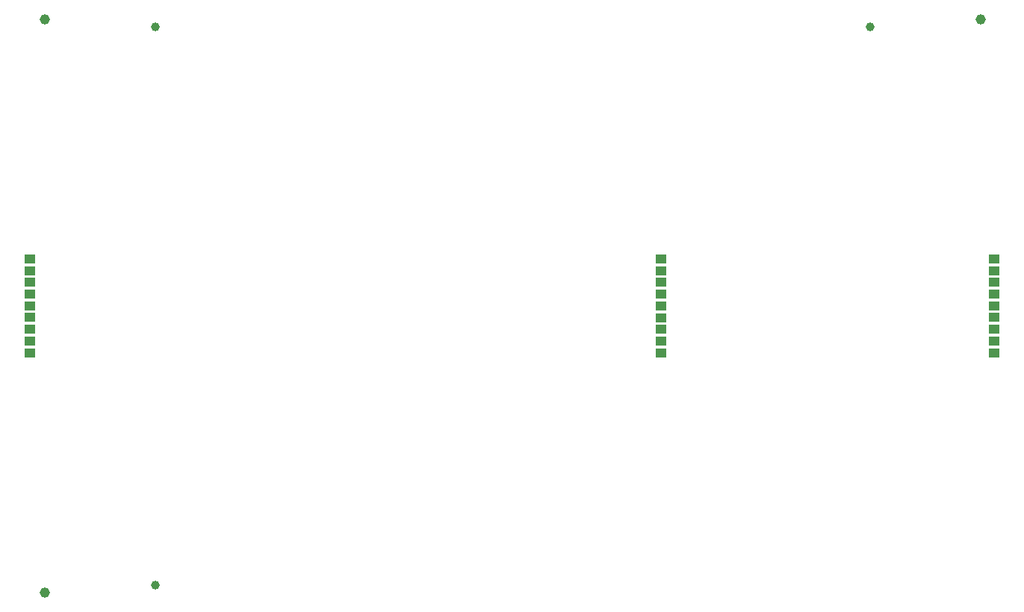
<source format=gbs>
G04 #@! TF.GenerationSoftware,KiCad,Pcbnew,7.0.2-6a45011f42~172~ubuntu22.04.1*
G04 #@! TF.CreationDate,2023-07-03T14:39:39+08:00*
G04 #@! TF.ProjectId,panel_3_1,70616e65-6c5f-4335-9f31-2e6b69636164,rev?*
G04 #@! TF.SameCoordinates,Original*
G04 #@! TF.FileFunction,Soldermask,Bot*
G04 #@! TF.FilePolarity,Negative*
%FSLAX46Y46*%
G04 Gerber Fmt 4.6, Leading zero omitted, Abs format (unit mm)*
G04 Created by KiCad (PCBNEW 7.0.2-6a45011f42~172~ubuntu22.04.1) date 2023-07-03 14:39:39*
%MOMM*%
%LPD*%
G01*
G04 APERTURE LIST*
%ADD10C,1.152000*%
%ADD11R,1.200000X1.000000*%
%ADD12C,1.000000*%
G04 APERTURE END LIST*
D10*
G04 #@! TO.C,REF\u002A\u002A*
X2500000Y-67500000D03*
G04 #@! TD*
D11*
G04 #@! TO.C,J8*
X788163Y-37675000D03*
G04 #@! TD*
G04 #@! TO.C,J6*
X110140000Y-29675000D03*
G04 #@! TD*
G04 #@! TO.C,J4*
X110140000Y-31000000D03*
G04 #@! TD*
G04 #@! TO.C,J5*
X110140000Y-36325000D03*
G04 #@! TD*
G04 #@! TO.C,J1*
X72370000Y-40330000D03*
G04 #@! TD*
G04 #@! TO.C,J6*
X110140000Y-37675000D03*
G04 #@! TD*
G04 #@! TO.C,J3*
X72370000Y-31005000D03*
G04 #@! TD*
G04 #@! TO.C,J8*
X788163Y-29675000D03*
G04 #@! TD*
G04 #@! TO.C,J2*
X72370000Y-37680000D03*
G04 #@! TD*
G04 #@! TO.C,J7*
X783163Y-40325000D03*
G04 #@! TD*
G04 #@! TO.C,J1*
X72370000Y-36330000D03*
G04 #@! TD*
G04 #@! TO.C,J9*
X788163Y-39000000D03*
G04 #@! TD*
D10*
G04 #@! TO.C,REF\u002A\u002A*
X108590000Y-2500000D03*
G04 #@! TD*
D11*
G04 #@! TO.C,J7*
X783163Y-36325000D03*
G04 #@! TD*
G04 #@! TO.C,J2*
X72370000Y-33680000D03*
G04 #@! TD*
G04 #@! TO.C,J4*
X110140000Y-39000000D03*
G04 #@! TD*
G04 #@! TO.C,J9*
X788163Y-35000000D03*
G04 #@! TD*
G04 #@! TO.C,J3*
X72370000Y-39005000D03*
G04 #@! TD*
G04 #@! TO.C,J5*
X110140000Y-32325000D03*
G04 #@! TD*
G04 #@! TO.C,J6*
X110140000Y-33675000D03*
G04 #@! TD*
G04 #@! TO.C,J8*
X788163Y-33675000D03*
G04 #@! TD*
G04 #@! TO.C,J4*
X110140000Y-35000000D03*
G04 #@! TD*
G04 #@! TO.C,J9*
X788163Y-31000000D03*
G04 #@! TD*
G04 #@! TO.C,J7*
X783163Y-32325000D03*
G04 #@! TD*
G04 #@! TO.C,J3*
X72370000Y-35005000D03*
G04 #@! TD*
D10*
G04 #@! TO.C,REF\u002A\u002A*
X2500000Y-2500000D03*
G04 #@! TD*
D11*
G04 #@! TO.C,J1*
X72370000Y-32330000D03*
G04 #@! TD*
G04 #@! TO.C,J2*
X72370000Y-29680000D03*
G04 #@! TD*
G04 #@! TO.C,J5*
X110140000Y-40325000D03*
G04 #@! TD*
D12*
G04 #@! TO.C,REF\u002A\u002A*
X96090000Y-3350000D03*
G04 #@! TD*
G04 #@! TO.C,REF\u002A\u002A*
X15000000Y-3350000D03*
G04 #@! TD*
G04 #@! TO.C,REF\u002A\u002A*
X15000000Y-66650000D03*
G04 #@! TD*
M02*

</source>
